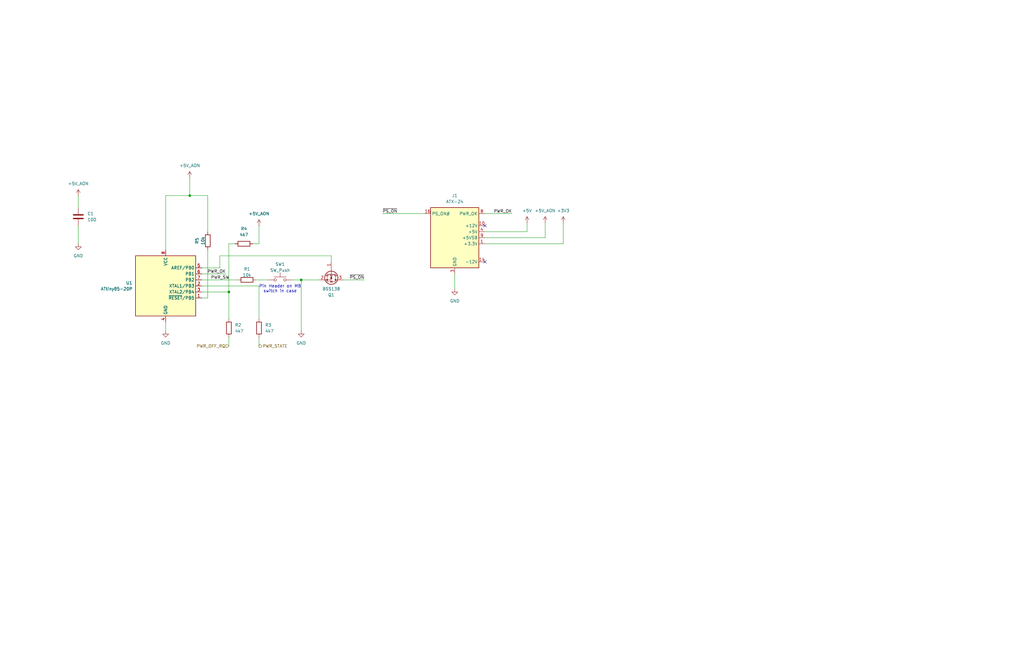
<source format=kicad_sch>
(kicad_sch (version 20250114) (generator "eeschema") (generator_version "9.0")
  (paper "USLedger")
  (title_block (title "Z80 HomeBrew Power") (date "2026-01-10") (rev "0.1"))
  (lib_symbols
    (symbol "Connector:ATX-24"
      (property "Reference" "J" (at -8.89 13.97 0))
      (property "Value" "ATX-24" (at 6.35 13.97 0))
      (symbol "ATX-24_0_1"
        (rectangle (start -10.16 12.7) (end 10.16 -12.7) (stroke (width 0.254)) (fill (type background)))
      )
      (symbol "ATX-24_1_1"
        (pin open_collector line (at -12.7 10.16 0) (length 2.54) (name "PS_ON#") (number "16"))
        (pin no_connect line (at -10.16 0 0) (length 2.54) (hide yes) (name "NC") (number "20"))
        (pin passive line (at 0 -15.24 90) (length 2.54) (hide yes) (name "GND") (number "15"))
        (pin passive line (at 0 -15.24 90) (length 2.54) (hide yes) (name "GND") (number "17"))
        (pin passive line (at 0 -15.24 90) (length 2.54) (hide yes) (name "GND") (number "18"))
        (pin passive line (at 0 -15.24 90) (length 2.54) (hide yes) (name "GND") (number "19"))
        (pin passive line (at 0 -15.24 90) (length 2.54) (hide yes) (name "GND") (number "24"))
        (pin power_out line (at 0 -15.24 90) (length 2.54) (name "GND") (number "3"))
        (pin passive line (at 0 -15.24 90) (length 2.54) (hide yes) (name "GND") (number "5"))
        (pin passive line (at 0 -15.24 90) (length 2.54) (hide yes) (name "GND") (number "7"))
        (pin output line (at 12.7 10.16 180) (length 2.54) (name "PWR_OK") (number "8"))
        (pin power_out line (at 12.7 5.08 180) (length 2.54) (name "+12V") (number "10"))
        (pin passive line (at 12.7 5.08 180) (length 2.54) (hide yes) (name "+12V") (number "11"))
        (pin passive line (at 12.7 2.54 180) (length 2.54) (hide yes) (name "+5V") (number "21"))
        (pin passive line (at 12.7 2.54 180) (length 2.54) (hide yes) (name "+5V") (number "22"))
        (pin passive line (at 12.7 2.54 180) (length 2.54) (hide yes) (name "+5V") (number "23"))
        (pin power_out line (at 12.7 2.54 180) (length 2.54) (name "+5V") (number "4"))
        (pin passive line (at 12.7 2.54 180) (length 2.54) (hide yes) (name "+5V") (number "6"))
        (pin power_out line (at 12.7 0 180) (length 2.54) (name "+5VSB") (number "9"))
        (pin power_out line (at 12.7 -2.54 180) (length 2.54) (name "+3.3V") (number "1"))
        (pin passive line (at 12.7 -2.54 180) (length 2.54) (hide yes) (name "+3.3V") (number "12"))
        (pin passive line (at 12.7 -2.54 180) (length 2.54) (hide yes) (name "+3.3V") (number "13"))
        (pin passive line (at 12.7 -2.54 180) (length 2.54) (hide yes) (name "+3.3V") (number "2"))
        (pin power_out line (at 12.7 -10.16 180) (length 2.54) (name "-12V") (number "14"))
      )
    )
    (symbol "Device:C" (pin_numbers (hide yes)) (pin_names (offset 0.254))
      (property "Reference" "C" (at 0.635 2.54 0))
      (property "Value" "C" (at 0.635 -2.54 0))
      (symbol "C_0_1"
        (polyline (pts (xy -2.032 0.762) (xy 2.032 0.762)) (stroke (width 0.508)))
        (polyline (pts (xy -2.032 -0.762) (xy 2.032 -0.762)) (stroke (width 0.508)))
      )
      (symbol "C_1_1"
        (pin passive line (at 0 3.81 270) (length 2.794) (name "~") (number "1"))
        (pin passive line (at 0 -3.81 90) (length 2.794) (name "~") (number "2"))
      )
    )
    (symbol "Device:R" (pin_numbers (hide yes)) (pin_names (offset 0))
      (property "Reference" "R" (at 2.032 0 90))
      (property "Value" "R" (at 0 0 90))
      (symbol "R_0_1"
        (rectangle (start -1.016 -2.54) (end 1.016 2.54) (stroke (width 0.254)))
      )
      (symbol "R_1_1"
        (pin passive line (at 0 3.81 270) (length 1.27) (name "~") (number "1"))
        (pin passive line (at 0 -3.81 90) (length 1.27) (name "~") (number "2"))
      )
    )
    (symbol "MCU_Microchip_ATtiny:ATtiny85-20P"
      (property "Reference" "U" (at -12.7 13.97 0))
      (property "Value" "ATtiny85-20P" (at 2.54 -13.97 0))
      (symbol "ATtiny85-20P_0_1"
        (rectangle (start -12.7 -12.7) (end 12.7 12.7) (stroke (width 0.254)) (fill (type background)))
      )
      (symbol "ATtiny85-20P_1_1"
        (pin power_in line (at 0 15.24 270) (length 2.54) (name "VCC") (number "8"))
        (pin power_in line (at 0 -15.24 90) (length 2.54) (name "GND") (number "4"))
        (pin bidirectional line (at 15.24 7.62 180) (length 2.54) (name "AREF/PB0") (number "5"))
        (pin bidirectional line (at 15.24 5.08 180) (length 2.54) (name "PB1") (number "6"))
        (pin bidirectional line (at 15.24 2.54 180) (length 2.54) (name "PB2") (number "7"))
        (pin bidirectional line (at 15.24 0 180) (length 2.54) (name "XTAL1/PB3") (number "2"))
        (pin bidirectional line (at 15.24 -2.54 180) (length 2.54) (name "XTAL2/PB4") (number "3"))
        (pin bidirectional line (at 15.24 -5.08 180) (length 2.54) (name "~{RESET}/PB5") (number "1"))
      )
    )
    (symbol "Switch:SW_Push" (pin_numbers (hide yes)) (pin_names (offset 1.016) (hide yes))
      (property "Reference" "SW" (at 1.27 2.54 0))
      (property "Value" "SW_Push" (at 0 -1.524 0))
      (symbol "SW_Push_0_1"
        (circle (center -2.032 0) (radius 0.508))
        (polyline (pts (xy 0 1.27) (xy 0 3.048)))
        (circle (center 2.032 0) (radius 0.508))
        (polyline (pts (xy 2.54 1.27) (xy -2.54 1.27)))
        (pin passive line (at -5.08 0 0) (length 2.54) (name "1") (number "1"))
        (pin passive line (at 5.08 0 180) (length 2.54) (name "2") (number "2"))
      )
    )
    (symbol "Transistor_FET:BSS138" (pin_names (offset 0) (hide yes))
      (property "Reference" "Q" (at 5.08 1.905 0))
      (property "Value" "BSS138" (at 5.08 0 0))
      (symbol "BSS138_0_1"
        (polyline (pts (xy 0.254 1.905) (xy 0.254 -1.905)) (stroke (width 0.254)))
        (polyline (pts (xy 0.254 0) (xy -2.54 0)))
        (polyline (pts (xy 0.762 2.286) (xy 0.762 1.27)) (stroke (width 0.254)))
        (polyline (pts (xy 0.762 0.508) (xy 0.762 -0.508)) (stroke (width 0.254)))
        (polyline (pts (xy 0.762 -1.27) (xy 0.762 -2.286)) (stroke (width 0.254)))
        (polyline (pts (xy 0.762 -1.778) (xy 3.302 -1.778) (xy 3.302 1.778) (xy 0.762 1.778)))
        (polyline (pts (xy 1.016 0) (xy 2.032 0.381) (xy 2.032 -0.381) (xy 1.016 0)) (fill (type outline)))
        (circle (center 1.651 0) (radius 2.794) (stroke (width 0.254)))
        (polyline (pts (xy 2.54 2.54) (xy 2.54 1.778)))
        (circle (center 2.54 1.778) (radius 0.254) (fill (type outline)))
        (circle (center 2.54 -1.778) (radius 0.254) (fill (type outline)))
        (polyline (pts (xy 2.54 -2.54) (xy 2.54 0) (xy 0.762 0)))
        (polyline (pts (xy 2.921 0.381) (xy 3.683 0.381)))
        (polyline (pts (xy 3.302 0.381) (xy 2.921 -0.254) (xy 3.683 -0.254) (xy 3.302 0.381)))
      )
      (symbol "BSS138_1_1"
        (pin input line (at -5.08 0 0) (length 2.54) (name "G") (number "1"))
        (pin passive line (at 2.54 5.08 270) (length 2.54) (name "D") (number "3"))
        (pin passive line (at 2.54 -5.08 90) (length 2.54) (name "S") (number "2"))
      )
    )
    (symbol "power:+3V3" (power) (pin_numbers (hide yes)) (pin_names (offset 0) (hide yes))
      (property "Value" "+3V3" (at 0 3.556 0))
      (symbol "+3V3_0_1"
        (polyline (pts (xy -0.762 1.27) (xy 0 2.54)))
        (polyline (pts (xy 0 2.54) (xy 0.762 1.27)))
        (polyline (pts (xy 0 0) (xy 0 2.54)))
      )
      (symbol "+3V3_1_1"
        (pin power_in line (at 0 0 90) (length 0) (name "~") (number "1"))
      )
    )
    (symbol "power:+5V" (power) (pin_numbers (hide yes)) (pin_names (offset 0) (hide yes))
      (property "Value" "+5V" (at 0 3.556 0))
      (symbol "+5V_0_1"
        (polyline (pts (xy -0.762 1.27) (xy 0 2.54)))
        (polyline (pts (xy 0 2.54) (xy 0.762 1.27)))
        (polyline (pts (xy 0 0) (xy 0 2.54)))
      )
      (symbol "+5V_1_1"
        (pin power_in line (at 0 0 90) (length 0) (name "~") (number "1"))
      )
    )
    (symbol "power:GND" (power) (pin_numbers (hide yes)) (pin_names (offset 0) (hide yes))
      (property "Value" "GND" (at 0 -3.81 0))
      (symbol "GND_0_1"
        (polyline (pts (xy 0 0) (xy 0 -1.27) (xy 1.27 -1.27) (xy 0 -2.54) (xy -1.27 -1.27) (xy 0 -1.27)))
      )
      (symbol "GND_1_1"
        (pin power_in line (at 0 0 270) (length 0) (name "~") (number "1"))
      )
    )
  )
  (text "Pin Header on MB\nswitch in case" (at 118.11 121.92 0) (effects (font (size 1.27 1.27))))
  (junction (at 127 118.11))
  (junction (at 80.01 82.55))
  (junction (at 96.52 123.19))
  (no_connect (at 204.47 110.49))
  (no_connect (at 204.47 95.25))
  (wire (pts (xy 80.01 74.93) (xy 80.01 82.55)))
  (wire (pts (xy 222.25 93.98) (xy 222.25 97.79)))
  (wire (pts (xy 85.09 123.19) (xy 96.52 123.19)))
  (wire (pts (xy 96.52 102.87) (xy 96.52 123.19)))
  (wire (pts (xy 96.52 142.24) (xy 96.52 146.05)))
  (wire (pts (xy 191.77 115.57) (xy 191.77 121.92)))
  (wire (pts (xy 107.95 118.11) (xy 113.03 118.11)))
  (wire (pts (xy 139.7 107.95) (xy 139.7 110.49)))
  (wire (pts (xy 96.52 102.87) (xy 99.06 102.87)))
  (wire (pts (xy 109.22 120.65) (xy 109.22 134.62)))
  (wire (pts (xy 87.63 82.55) (xy 87.63 97.79)))
  (wire (pts (xy 69.85 82.55) (xy 80.01 82.55)))
  (wire (pts (xy 69.85 135.89) (xy 69.85 139.7)))
  (wire (pts (xy 204.47 100.33) (xy 229.87 100.33)))
  (wire (pts (xy 109.22 142.24) (xy 109.22 146.05)))
  (wire (pts (xy 85.09 113.03) (xy 92.71 113.03)))
  (wire (pts (xy 92.71 113.03) (xy 92.71 107.95)))
  (wire (pts (xy 69.85 82.55) (xy 69.85 105.41)))
  (wire (pts (xy 204.47 90.17) (xy 215.9 90.17)))
  (wire (pts (xy 134.62 118.11) (xy 127 118.11)))
  (wire (pts (xy 92.71 107.95) (xy 139.7 107.95)))
  (wire (pts (xy 229.87 93.98) (xy 229.87 100.33)))
  (wire (pts (xy 106.68 102.87) (xy 109.22 102.87)))
  (wire (pts (xy 161.29 90.17) (xy 179.07 90.17)))
  (wire (pts (xy 85.09 120.65) (xy 109.22 120.65)))
  (wire (pts (xy 85.09 125.73) (xy 87.63 125.73)))
  (wire (pts (xy 204.47 97.79) (xy 222.25 97.79)))
  (wire (pts (xy 85.09 115.57) (xy 95.25 115.57)))
  (wire (pts (xy 85.09 118.11) (xy 100.33 118.11)))
  (wire (pts (xy 237.49 93.98) (xy 237.49 102.87)))
  (wire (pts (xy 144.78 118.11) (xy 153.67 118.11)))
  (wire (pts (xy 87.63 105.41) (xy 87.63 125.73)))
  (wire (pts (xy 127 118.11) (xy 127 139.7)))
  (wire (pts (xy 123.19 118.11) (xy 127 118.11)))
  (wire (pts (xy 109.22 95.25) (xy 109.22 102.87)))
  (wire (pts (xy 96.52 123.19) (xy 96.52 134.62)))
  (wire (pts (xy 33.02 95.25) (xy 33.02 102.87)))
  (wire (pts (xy 33.02 82.55) (xy 33.02 87.63)))
  (wire (pts (xy 87.63 82.55) (xy 80.01 82.55)))
  (wire (pts (xy 204.47 102.87) (xy 237.49 102.87)))
  (label "PWR_OK" (at 95.25 115.57 180))
  (label "~{PS_ON}" (at 161.29 90.17 0))
  (label "PWR_SW" (at 88.9 118.11 0))
  (label "~{PS_ON}" (at 153.67 118.11 180))
  (label "PWR_OK" (at 215.9 90.17 180))
  (hierarchical_label "PWR_STATE" (shape output) (at 109.22 146.05 0))
  (hierarchical_label "PWR_OFF_RQ" (shape input) (at 96.52 146.05 180))
  (symbol (lib_id "Device:R") (at 96.52 138.43 0) (unit 1)
    (property "Reference" "R2" (at 99.06 137.1599 0) (effects (justify left)))
    (property "Value" "4k7" (at 99.06 139.6999 0) (effects (justify left)))
    (property "Footprint" "Resistor_SMD:R_0603_1608Metric" (effects (hide yes)))
    (property "Description" "Resistor" (effects (hide yes)))
  )
  (symbol (lib_id "power:+5V") (at 33.02 82.55 0) (unit 1)
    (property "Reference" "#PWR09" (effects (hide yes)))
    (property "Value" "+5V_AON" (at 33.02 77.47 0))
    (property "Description" "Power symbol creates a global label with name \"+5V\"" (effects (hide yes)))
  )
  (symbol (lib_id "power:GND") (at 191.77 121.92 0) (unit 1)
    (property "Reference" "#PWR05" (effects (hide yes)))
    (property "Value" "GND" (at 191.77 127 0))
    (property "Description" "Power symbol creates a global label with name \"GND\" , ground" (effects (hide yes)))
  )
  (symbol (lib_id "Transistor_FET:BSS138") (at 139.7 115.57 270) (unit 1)
    (property "Reference" "Q1" (at 139.7 124.46 90))
    (property "Value" "BSS138" (at 139.7 121.92 90))
    (property "Footprint" "Package_TO_SOT_SMD:SOT-23" (effects (hide yes)))
    (property "Datasheet" "https://www.onsemi.com/pub/Collateral/BSS138-D.PDF" (effects (hide yes)))
    (property "Description" "50V Vds, 0.22A Id, N-Channel MOSFET, SOT-23" (effects (hide yes)))
  )
  (symbol (lib_id "Device:R") (at 87.63 101.6 180) (unit 1)
    (property "Reference" "R5" (at 83.058 101.6 90))
    (property "Value" "10k" (at 85.598 101.6 90))
    (property "Footprint" "Resistor_SMD:R_0603_1608Metric" (effects (hide yes)))
    (property "Description" "Resistor" (effects (hide yes)))
  )
  (symbol (lib_id "power:+3V3") (at 237.49 93.98 0) (unit 1)
    (property "Reference" "#PWR04" (effects (hide yes)))
    (property "Value" "+3V3" (at 237.49 88.9 0))
    (property "Description" "Power symbol creates a global label with name \"+3V3\"" (effects (hide yes)))
  )
  (symbol (lib_id "power:+5V") (at 80.01 74.93 0) (unit 1)
    (property "Reference" "#PWR02" (effects (hide yes)))
    (property "Value" "+5V_AON" (at 80.01 69.85 0))
    (property "Description" "Power symbol creates a global label with name \"+5V\"" (effects (hide yes)))
  )
  (symbol (lib_id "power:GND") (at 33.02 102.87 0) (unit 1)
    (property "Reference" "#PWR019" (effects (hide yes)))
    (property "Value" "GND" (at 33.02 107.95 0))
    (property "Description" "Power symbol creates a global label with name \"GND\" , ground" (effects (hide yes)))
  )
  (symbol (lib_id "MCU_Microchip_ATtiny:ATtiny85-20P") (at 69.85 120.65 0) (unit 1)
    (property "Reference" "U1" (at 55.88 119.3799 0) (effects (justify right)))
    (property "Value" "ATtiny85-20P" (at 55.88 121.9199 0) (effects (justify right)))
    (property "Footprint" "Package_DIP:DIP-8_W7.62mm" (effects (hide yes)))
    (property "Datasheet" "http://ww1.microchip.com/downloads/en/DeviceDoc/atmel-2586-avr-8-bit-microcontroller-attiny25-attiny45-attiny85_datasheet.pdf" (effects (hide yes)))
    (property "Description" "20MHz, 8kB Flash, 512B SRAM, 512B EEPROM, debugWIRE, DIP-8" (effects (hide yes)))
  )
  (symbol (lib_id "power:GND") (at 69.85 139.7 0) (unit 1)
    (property "Reference" "#PWR06" (effects (hide yes)))
    (property "Value" "GND" (at 69.85 144.78 0))
    (property "Description" "Power symbol creates a global label with name \"GND\" , ground" (effects (hide yes)))
  )
  (symbol (lib_id "Switch:SW_Push") (at 118.11 118.11 0) (unit 1)
    (property "Reference" "SW1" (at 118.11 111.506 0))
    (property "Value" "SW_Push" (at 118.11 114.046 0))
    (property "Footprint" "Connector_PinHeader_2.54mm:PinHeader_1x02_P2.54mm_Vertical" (effects (hide yes)))
    (property "Description" "Push button switch, generic, two pins" (effects (hide yes)))
  )
  (symbol (lib_id "power:+5V") (at 222.25 93.98 0) (unit 1)
    (property "Reference" "#PWR01" (effects (hide yes)))
    (property "Value" "+5V" (at 222.25 88.9 0))
    (property "Description" "Power symbol creates a global label with name \"+5V\"" (effects (hide yes)))
  )
  (symbol (lib_id "power:+5V") (at 109.22 95.25 0) (unit 1)
    (property "Reference" "#PWR08" (effects (hide yes)))
    (property "Value" "+5V_AON" (at 109.22 90.17 0))
    (property "Description" "Power symbol creates a global label with name \"+5V\"" (effects (hide yes)))
  )
  (symbol (lib_id "Device:R") (at 104.14 118.11 90) (unit 1)
    (property "Reference" "R1" (at 104.14 113.538 90))
    (property "Value" "10k" (at 104.14 116.078 90))
    (property "Footprint" "Resistor_SMD:R_0603_1608Metric" (effects (hide yes)))
    (property "Description" "Resistor" (effects (hide yes)))
  )
  (symbol (lib_id "power:+5V") (at 229.87 93.98 0) (unit 1)
    (property "Reference" "#PWR03" (effects (hide yes)))
    (property "Value" "+5V_AON" (at 229.87 88.9 0))
    (property "Description" "Power symbol creates a global label with name \"+5V\"" (effects (hide yes)))
  )
  (symbol (lib_id "power:GND") (at 127 139.7 0) (unit 1)
    (property "Reference" "#PWR07" (effects (hide yes)))
    (property "Value" "GND" (at 127 144.78 0))
    (property "Description" "Power symbol creates a global label with name \"GND\" , ground" (effects (hide yes)))
  )
  (symbol (lib_id "Device:R") (at 102.87 102.87 90) (unit 1)
    (property "Reference" "R4" (at 102.87 96.52 90))
    (property "Value" "4k7" (at 102.87 99.06 90))
    (property "Footprint" "Resistor_SMD:R_0603_1608Metric" (effects (hide yes)))
    (property "Description" "Resistor" (effects (hide yes)))
  )
  (symbol (lib_id "Device:C") (at 33.02 91.44 0) (unit 1)
    (property "Reference" "C1" (at 36.83 90.1699 0) (effects (justify left)))
    (property "Value" "100" (at 36.83 92.7099 0) (effects (justify left)))
    (property "Footprint" "Capacitor_SMD:C_0603_1608Metric" (effects (hide yes)))
    (property "Description" "Unpolarized capacitor" (effects (hide yes)))
  )
  (symbol (lib_id "Device:R") (at 109.22 138.43 0) (unit 1)
    (property "Reference" "R3" (at 111.76 137.1599 0) (effects (justify left)))
    (property "Value" "4k7" (at 111.76 139.6999 0) (effects (justify left)))
    (property "Footprint" "Resistor_SMD:R_0603_1608Metric" (effects (hide yes)))
    (property "Description" "Resistor" (effects (hide yes)))
  )
  (symbol (lib_id "Connector:ATX-24") (at 191.77 100.33 0) (unit 1)
    (property "Reference" "J1" (at 191.77 82.55 0))
    (property "Value" "ATX-24" (at 191.77 85.09 0))
    (property "Footprint" "Footprints:MOLEX_39281243" (effects (hide yes)))
    (property "Datasheet" "https://www.intel.com/content/dam/www/public/us/en/documents/guides/power-supply-design-guide-june.pdf#page=33" (effects (hide yes)))
    (property "Description" "ATX Power supply 24pins" (effects (hide yes)))
  )
)
</source>
